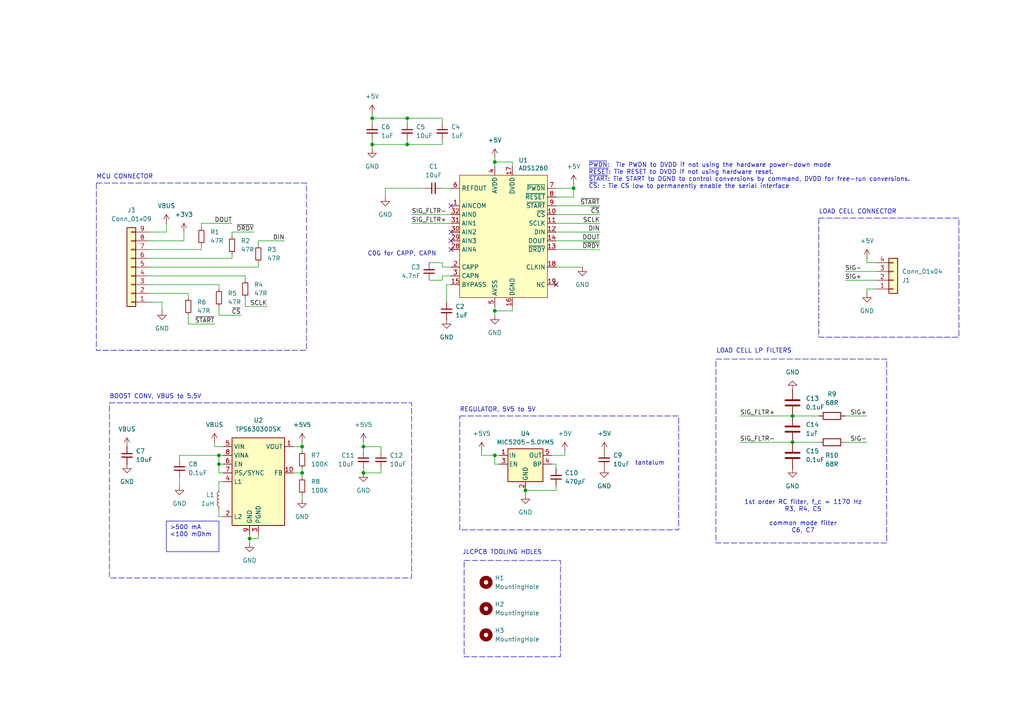
<source format=kicad_sch>
(kicad_sch (version 20231120) (generator "eeschema") (generator_version "8.0")
  (paper "A4")
  (lib_symbols
    (symbol "Connector_Generic:Conn_01x04" (pin_names (offset 1.016) hide)
      (property "Reference" "J" (at 0 5.08 0))
      (property "Value" "Conn_01x04" (at 0 -7.62 0))
      (symbol "Conn_01x04_1_1"
        (rectangle (start -1.27 -4.953) (end 0 -5.207) (stroke (width 0.1524)))
        (rectangle (start -1.27 -2.413) (end 0 -2.667) (stroke (width 0.1524)))
        (rectangle (start -1.27 0.127) (end 0 -0.127) (stroke (width 0.1524)))
        (rectangle (start -1.27 2.667) (end 0 2.413) (stroke (width 0.1524)))
        (rectangle (start -1.27 3.81) (end 1.27 -6.35) (stroke (width 0.254)) (fill (type background)))
        (pin passive line (at -5.08 2.54 0) (length 3.81) (name "Pin_1") (number "1"))
        (pin passive line (at -5.08 0 0) (length 3.81) (name "Pin_2") (number "2"))
        (pin passive line (at -5.08 -2.54 0) (length 3.81) (name "Pin_3") (number "3"))
        (pin passive line (at -5.08 -5.08 0) (length 3.81) (name "Pin_4") (number "4"))
      )
    )
    (symbol "Connector_Generic:Conn_01x09" (pin_names (offset 1.016) hide)
      (property "Reference" "J" (at 0 12.7 0))
      (property "Value" "Conn_01x09" (at 0 -12.7 0))
      (symbol "Conn_01x09_1_1"
        (rectangle (start -1.27 -10.033) (end 0 -10.287) (stroke (width 0.1524)))
        (rectangle (start -1.27 -7.493) (end 0 -7.747) (stroke (width 0.1524)))
        (rectangle (start -1.27 -4.953) (end 0 -5.207) (stroke (width 0.1524)))
        (rectangle (start -1.27 -2.413) (end 0 -2.667) (stroke (width 0.1524)))
        (rectangle (start -1.27 0.127) (end 0 -0.127) (stroke (width 0.1524)))
        (rectangle (start -1.27 2.667) (end 0 2.413) (stroke (width 0.1524)))
        (rectangle (start -1.27 5.207) (end 0 4.953) (stroke (width 0.1524)))
        (rectangle (start -1.27 7.747) (end 0 7.493) (stroke (width 0.1524)))
        (rectangle (start -1.27 10.287) (end 0 10.033) (stroke (width 0.1524)))
        (rectangle (start -1.27 11.43) (end 1.27 -11.43) (stroke (width 0.254)) (fill (type background)))
        (pin passive line (at -5.08 10.16 0) (length 3.81) (name "Pin_1") (number "1"))
        (pin passive line (at -5.08 7.62 0) (length 3.81) (name "Pin_2") (number "2"))
        (pin passive line (at -5.08 5.08 0) (length 3.81) (name "Pin_3") (number "3"))
        (pin passive line (at -5.08 2.54 0) (length 3.81) (name "Pin_4") (number "4"))
        (pin passive line (at -5.08 0 0) (length 3.81) (name "Pin_5") (number "5"))
        (pin passive line (at -5.08 -2.54 0) (length 3.81) (name "Pin_6") (number "6"))
        (pin passive line (at -5.08 -5.08 0) (length 3.81) (name "Pin_7") (number "7"))
        (pin passive line (at -5.08 -7.62 0) (length 3.81) (name "Pin_8") (number "8"))
        (pin passive line (at -5.08 -10.16 0) (length 3.81) (name "Pin_9") (number "9"))
      )
    )
    (symbol "Device:C" (pin_numbers hide) (pin_names (offset 0.254))
      (property "Reference" "C" (at 0.635 2.54 0))
      (property "Value" "C" (at 0.635 -2.54 0))
      (symbol "C_0_1"
        (polyline (pts (xy -2.032 -0.762) (xy 2.032 -0.762)) (stroke (width 0.508)))
        (polyline (pts (xy -2.032 0.762) (xy 2.032 0.762)) (stroke (width 0.508)))
      )
      (symbol "C_1_1"
        (pin passive line (at 0 3.81 270) (length 2.794) (name "~") (number "1"))
        (pin passive line (at 0 -3.81 90) (length 2.794) (name "~") (number "2"))
      )
    )
    (symbol "Device:C_Small" (pin_numbers hide) (pin_names (offset 0.254) hide)
      (property "Reference" "C" (at 0.254 1.778 0))
      (property "Value" "C_Small" (at 0.254 -2.032 0))
      (symbol "C_Small_0_1"
        (polyline (pts (xy -1.524 -0.508) (xy 1.524 -0.508)) (stroke (width 0.3302)))
        (polyline (pts (xy -1.524 0.508) (xy 1.524 0.508)) (stroke (width 0.3048)))
      )
      (symbol "C_Small_1_1"
        (pin passive line (at 0 2.54 270) (length 2.032) (name "~") (number "1"))
        (pin passive line (at 0 -2.54 90) (length 2.032) (name "~") (number "2"))
      )
    )
    (symbol "Device:L_Small" (pin_numbers hide) (pin_names (offset 0.254) hide)
      (property "Reference" "L" (at 0.762 1.016 0))
      (property "Value" "L_Small" (at 0.762 -1.016 0))
      (symbol "L_Small_0_1"
        (arc (start 0 -2.032) (mid 0.5058 -1.524) (end 0 -1.016))
        (arc (start 0 -1.016) (mid 0.5058 -0.508) (end 0 0))
        (arc (start 0 0) (mid 0.5058 0.508) (end 0 1.016))
        (arc (start 0 1.016) (mid 0.5058 1.524) (end 0 2.032))
      )
      (symbol "L_Small_1_1"
        (pin passive line (at 0 2.54 270) (length 0.508) (name "~") (number "1"))
        (pin passive line (at 0 -2.54 90) (length 0.508) (name "~") (number "2"))
      )
    )
    (symbol "Device:R" (pin_numbers hide) (pin_names (offset 0))
      (property "Reference" "R" (at 2.032 0 90))
      (property "Value" "R" (at 0 0 90))
      (symbol "R_0_1"
        (rectangle (start -1.016 -2.54) (end 1.016 2.54) (stroke (width 0.254)))
      )
      (symbol "R_1_1"
        (pin passive line (at 0 3.81 270) (length 1.27) (name "~") (number "1"))
        (pin passive line (at 0 -3.81 90) (length 1.27) (name "~") (number "2"))
      )
    )
    (symbol "Device:R_Small" (pin_numbers hide) (pin_names (offset 0.254) hide)
      (property "Reference" "R" (at 0.762 0.508 0))
      (property "Value" "R_Small" (at 0.762 -1.016 0))
      (symbol "R_Small_0_1"
        (rectangle (start -0.762 1.778) (end 0.762 -1.778) (stroke (width 0.2032)))
      )
      (symbol "R_Small_1_1"
        (pin passive line (at 0 2.54 270) (length 0.762) (name "~") (number "1"))
        (pin passive line (at 0 -2.54 90) (length 0.762) (name "~") (number "2"))
      )
    )
    (symbol "Mechanical:MountingHole" (pin_names (offset 1.016)) (exclude_from_sim yes) (in_bom no)
      (property "Reference" "H" (at 0 5.08 0))
      (property "Value" "MountingHole" (at 0 3.175 0))
      (symbol "MountingHole_0_1"
        (circle (center 0 0) (radius 1.27) (stroke (width 1.27)))
      )
    )
    (symbol "Regulator_Linear:MIC5205-5.0YM5" (pin_names (offset 0.254))
      (property "Reference" "U" (at -3.81 5.715 0))
      (property "Value" "MIC5205-5.0YM5" (at 0 5.715 0))
      (symbol "MIC5205-5.0YM5_0_1"
        (rectangle (start -5.08 4.445) (end 5.08 -5.08) (stroke (width 0.254)) (fill (type background)))
      )
      (symbol "MIC5205-5.0YM5_1_1"
        (pin power_in line (at -7.62 2.54 0) (length 2.54) (name "IN") (number "1"))
        (pin power_in line (at 0 -7.62 90) (length 2.54) (name "GND") (number "2"))
        (pin input line (at -7.62 0 0) (length 2.54) (name "EN") (number "3"))
        (pin input line (at 7.62 0 180) (length 2.54) (name "BP") (number "4"))
        (pin power_out line (at 7.62 2.54 180) (length 2.54) (name "OUT") (number "5"))
      )
    )
    (symbol "Regulator_Switching:TPS63030DSK"
      (property "Reference" "U" (at -7.62 13.97 0))
      (property "Value" "TPS63030DSK" (at 5.08 13.97 0))
      (symbol "TPS63030DSK_0_1"
        (rectangle (start -7.62 12.7) (end 7.62 -12.7) (stroke (width 0.254)) (fill (type background)))
      )
      (symbol "TPS63030DSK_1_1"
        (pin power_out line (at 10.16 10.16 180) (length 2.54) (name "VOUT") (number "1"))
        (pin input line (at 10.16 2.54 180) (length 2.54) (name "FB") (number "10"))
        (pin passive line (at 0 -15.24 90) (length 2.54) hide (name "PGND") (number "11"))
        (pin input line (at -10.16 -10.16 0) (length 2.54) (name "L2") (number "2"))
        (pin power_in line (at 0 -15.24 90) (length 2.54) (name "PGND") (number "3"))
        (pin input line (at -10.16 0 0) (length 2.54) (name "L1") (number "4"))
        (pin power_in line (at -10.16 10.16 0) (length 2.54) (name "VIN") (number "5"))
        (pin input line (at -10.16 5.08 0) (length 2.54) (name "EN") (number "6"))
        (pin input line (at -10.16 2.54 0) (length 2.54) (name "PS/SYNC") (number "7"))
        (pin passive line (at -10.16 7.62 0) (length 2.54) (name "VINA") (number "8"))
        (pin power_in line (at -2.54 -15.24 90) (length 2.54) (name "GND") (number "9"))
      )
    )
    (symbol "TI_ADCs:ADS1260"
      (property "Reference" "U" (at -52.578 -14.478 0))
      (symbol "ADS1260_1_1"
        (rectangle (start -12.7 17.78) (end 12.7 -17.78) (fill (type background)))
        (pin input line (at -15.24 8.89 0) (length 2.54) (name "AINCOM") (number "1"))
        (pin input line (at 15.24 6.35 180) (length 2.54) (name "~{CS}") (number "10"))
        (pin input line (at 15.24 3.81 180) (length 2.54) (name "SCLK") (number "11"))
        (pin input line (at 15.24 1.27 180) (length 2.54) (name "DIN") (number "12"))
        (pin output line (at 15.24 -3.81 180) (length 2.54) (name "~{DRDY}") (number "13"))
        (pin output line (at 15.24 -1.27 180) (length 2.54) (name "DOUT") (number "14"))
        (pin power_in line (at -15.24 -13.97 0) (length 2.54) (name "BYPASS") (number "15"))
        (pin power_in line (at 2.54 -20.32 90) (length 2.54) (name "DGND") (number "16"))
        (pin power_in line (at 2.54 20.32 270) (length 2.54) (name "DVDD") (number "17"))
        (pin input line (at 15.24 -8.89 180) (length 2.54) (name "CLKIN") (number "18"))
        (pin no_connect line (at 15.24 -13.97 180) (length 2.54) (name "NC") (number "19"))
        (pin output line (at -15.24 -8.89 0) (length 2.54) (name "CAPP") (number "2"))
        (pin no_connect line (at 15.24 -13.97 180) (length 2.54) hide (name "NC") (number "20"))
        (pin no_connect line (at 15.24 -13.97 180) (length 2.54) hide (name "NC") (number "21"))
        (pin no_connect line (at 15.24 -13.97 180) (length 2.54) hide (name "NC") (number "22"))
        (pin no_connect line (at 15.24 -13.97 180) (length 2.54) hide (name "NC") (number "23"))
        (pin no_connect line (at 15.24 -13.97 180) (length 2.54) hide (name "NC") (number "24"))
        (pin no_connect line (at 15.24 -13.97 180) (length 2.54) hide (name "NC") (number "25"))
        (pin no_connect line (at 15.24 -13.97 180) (length 2.54) hide (name "NC") (number "26"))
        (pin no_connect line (at 15.24 -13.97 180) (length 2.54) hide (name "NC") (number "27"))
        (pin input line (at -15.24 -3.81 0) (length 2.54) (name "AIN4") (number "28"))
        (pin input line (at -15.24 -1.27 0) (length 2.54) (name "AIN3") (number "29"))
        (pin output line (at -15.24 -11.43 0) (length 2.54) (name "CAPN") (number "3"))
        (pin input line (at -15.24 1.27 0) (length 2.54) (name "AIN2") (number "30"))
        (pin input line (at -15.24 3.81 0) (length 2.54) (name "AIN1") (number "31"))
        (pin input line (at -15.24 6.35 0) (length 2.54) (name "AIN0") (number "32"))
        (pin power_in line (at -2.54 -20.32 90) (length 2.54) hide (name "AVSS") (number "33"))
        (pin power_in line (at -2.54 20.32 270) (length 2.54) (name "AVDD") (number "4"))
        (pin power_in line (at -2.54 -20.32 90) (length 2.54) (name "AVSS") (number "5"))
        (pin output line (at -15.24 13.97 0) (length 2.54) (name "REFOUT") (number "6"))
        (pin input line (at 15.24 13.97 180) (length 2.54) (name "~{PWDN}") (number "7"))
        (pin input line (at 15.24 11.43 180) (length 2.54) (name "~{RESET}") (number "8"))
        (pin input line (at 15.24 8.89 180) (length 2.54) (name "~{START}") (number "9"))
      )
    )
    (symbol "power:+3V3" (power) (pin_numbers hide) (pin_names (offset 0) hide)
      (property "Value" "+3V3" (at 0 3.556 0))
      (symbol "+3V3_0_1"
        (polyline (pts (xy -0.762 1.27) (xy 0 2.54)))
        (polyline (pts (xy 0 0) (xy 0 2.54)))
        (polyline (pts (xy 0 2.54) (xy 0.762 1.27)))
      )
      (symbol "+3V3_1_1"
        (pin power_in line (at 0 0 90) (length 0) (name "~") (number "1"))
      )
    )
    (symbol "power:+5V" (power) (pin_numbers hide) (pin_names (offset 0) hide)
      (property "Value" "+5V" (at 0 3.556 0))
      (symbol "+5V_0_1"
        (polyline (pts (xy -0.762 1.27) (xy 0 2.54)))
        (polyline (pts (xy 0 0) (xy 0 2.54)))
        (polyline (pts (xy 0 2.54) (xy 0.762 1.27)))
      )
      (symbol "+5V_1_1"
        (pin power_in line (at 0 0 90) (length 0) (name "~") (number "1"))
      )
    )
    (symbol "power:GND" (power) (pin_numbers hide) (pin_names (offset 0) hide)
      (property "Value" "GND" (at 0 -3.81 0))
      (symbol "GND_0_1"
        (polyline (pts (xy 0 0) (xy 0 -1.27) (xy 1.27 -1.27) (xy 0 -2.54) (xy -1.27 -1.27) (xy 0 -1.27)))
      )
      (symbol "GND_1_1"
        (pin power_in line (at 0 0 270) (length 0) (name "~") (number "1"))
      )
    )
    (symbol "power:VBUS" (power) (pin_numbers hide) (pin_names (offset 0) hide)
      (property "Value" "VBUS" (at 0 3.556 0))
      (symbol "VBUS_0_1"
        (polyline (pts (xy -0.762 1.27) (xy 0 2.54)))
        (polyline (pts (xy 0 0) (xy 0 2.54)))
        (polyline (pts (xy 0 2.54) (xy 0.762 1.27)))
      )
      (symbol "VBUS_1_1"
        (pin power_in line (at 0 0 90) (length 0) (name "~") (number "1"))
      )
    )
  )
  (junction (at 143.51 46.99))
  (junction (at 229.87 120.65))
  (junction (at 143.51 90.17))
  (junction (at 63.5 134.62))
  (junction (at 105.41 137.16))
  (junction (at 118.11 34.29))
  (junction (at 118.11 41.91))
  (junction (at 63.5 132.08))
  (junction (at 107.95 34.29))
  (junction (at 166.37 54.61))
  (junction (at 229.87 128.27))
  (junction (at 72.39 156.21))
  (junction (at 143.51 132.08))
  (junction (at 105.41 129.54))
  (junction (at 87.63 137.16))
  (junction (at 107.95 41.91))
  (junction (at 152.4 142.24))
  (junction (at 87.63 129.54))
  (no_connect (at 130.81 67.31))
  (no_connect (at 130.81 72.39))
  (no_connect (at 130.81 69.85))
  (no_connect (at 161.29 82.55))
  (no_connect (at 130.81 59.69))
  (wire (pts (xy 245.11 78.74) (xy 254 78.74)))
  (wire (pts (xy 52.07 138.43) (xy 52.07 140.97)))
  (wire (pts (xy 105.41 129.54) (xy 110.49 129.54)))
  (wire (pts (xy 87.63 129.54) (xy 87.63 130.81)))
  (wire (pts (xy 144.78 134.62) (xy 143.51 134.62)))
  (wire (pts (xy 63.5 91.44) (xy 69.85 91.44)))
  (wire (pts (xy 161.29 77.47) (xy 168.91 77.47)))
  (wire (pts (xy 64.77 149.86) (xy 63.5 149.86)))
  (wire (pts (xy 74.93 69.85) (xy 82.55 69.85)))
  (wire (pts (xy 107.95 41.91) (xy 107.95 43.18)))
  (wire (pts (xy 251.46 76.2) (xy 251.46 74.93)))
  (wire (pts (xy 128.27 77.47) (xy 128.27 76.2)))
  (wire (pts (xy 152.4 142.24) (xy 161.29 142.24)))
  (wire (pts (xy 161.29 64.77) (xy 173.99 64.77)))
  (wire (pts (xy 105.41 135.89) (xy 105.41 137.16)))
  (wire (pts (xy 63.5 134.62) (xy 64.77 134.62)))
  (wire (pts (xy 166.37 54.61) (xy 161.29 54.61)))
  (wire (pts (xy 130.81 77.47) (xy 128.27 77.47)))
  (wire (pts (xy 63.5 139.7) (xy 63.5 142.24)))
  (wire (pts (xy 63.5 137.16) (xy 64.77 137.16)))
  (wire (pts (xy 166.37 53.34) (xy 166.37 54.61)))
  (wire (pts (xy 152.4 142.24) (xy 152.4 143.51)))
  (wire (pts (xy 63.5 88.9) (xy 63.5 91.44)))
  (wire (pts (xy 245.11 81.28) (xy 254 81.28)))
  (wire (pts (xy 128.27 40.64) (xy 128.27 41.91)))
  (wire (pts (xy 46.99 87.63) (xy 46.99 90.17)))
  (wire (pts (xy 160.02 132.08) (xy 163.83 132.08)))
  (wire (pts (xy 161.29 57.15) (xy 166.37 57.15)))
  (wire (pts (xy 48.26 67.31) (xy 48.26 64.77)))
  (wire (pts (xy 214.63 120.65) (xy 229.87 120.65)))
  (wire (pts (xy 161.29 59.69) (xy 173.99 59.69)))
  (wire (pts (xy 254 83.82) (xy 251.46 83.82)))
  (wire (pts (xy 43.18 87.63) (xy 46.99 87.63)))
  (wire (pts (xy 67.31 68.58) (xy 67.31 67.31)))
  (wire (pts (xy 58.42 72.39) (xy 58.42 71.12)))
  (wire (pts (xy 119.38 62.23) (xy 130.81 62.23)))
  (wire (pts (xy 72.39 154.94) (xy 72.39 156.21)))
  (wire (pts (xy 87.63 129.54) (xy 87.63 128.27)))
  (wire (pts (xy 161.29 62.23) (xy 173.99 62.23)))
  (wire (pts (xy 166.37 57.15) (xy 166.37 54.61)))
  (wire (pts (xy 163.83 132.08) (xy 163.83 130.81)))
  (wire (pts (xy 67.31 74.93) (xy 67.31 73.66)))
  (wire (pts (xy 143.51 90.17) (xy 143.51 88.9)))
  (wire (pts (xy 160.02 134.62) (xy 161.29 134.62)))
  (wire (pts (xy 129.54 82.55) (xy 129.54 87.63)))
  (wire (pts (xy 58.42 64.77) (xy 67.31 64.77)))
  (wire (pts (xy 53.34 67.31) (xy 53.34 69.85)))
  (wire (pts (xy 64.77 132.08) (xy 63.5 132.08)))
  (wire (pts (xy 74.93 156.21) (xy 72.39 156.21)))
  (wire (pts (xy 143.51 134.62) (xy 143.51 132.08)))
  (wire (pts (xy 74.93 77.47) (xy 74.93 76.2)))
  (wire (pts (xy 107.95 41.91) (xy 118.11 41.91)))
  (wire (pts (xy 107.95 34.29) (xy 118.11 34.29)))
  (wire (pts (xy 85.09 129.54) (xy 87.63 129.54)))
  (wire (pts (xy 74.93 154.94) (xy 74.93 156.21)))
  (wire (pts (xy 63.5 149.86) (xy 63.5 147.32)))
  (wire (pts (xy 87.63 144.78) (xy 87.63 143.51)))
  (wire (pts (xy 63.5 134.62) (xy 63.5 137.16)))
  (wire (pts (xy 119.38 64.77) (xy 130.81 64.77)))
  (wire (pts (xy 43.18 77.47) (xy 74.93 77.47)))
  (wire (pts (xy 161.29 134.62) (xy 161.29 135.89)))
  (wire (pts (xy 71.12 86.36) (xy 71.12 88.9)))
  (wire (pts (xy 128.27 81.28) (xy 128.27 80.01)))
  (wire (pts (xy 111.76 57.15) (xy 111.76 54.61)))
  (wire (pts (xy 87.63 137.16) (xy 87.63 138.43)))
  (wire (pts (xy 110.49 130.81) (xy 110.49 129.54)))
  (wire (pts (xy 87.63 137.16) (xy 87.63 135.89)))
  (wire (pts (xy 118.11 41.91) (xy 128.27 41.91)))
  (wire (pts (xy 62.23 128.27) (xy 62.23 129.54)))
  (wire (pts (xy 118.11 40.64) (xy 118.11 41.91)))
  (wire (pts (xy 107.95 33.02) (xy 107.95 34.29)))
  (wire (pts (xy 245.11 120.65) (xy 251.46 120.65)))
  (wire (pts (xy 124.46 81.28) (xy 128.27 81.28)))
  (wire (pts (xy 161.29 69.85) (xy 173.99 69.85)))
  (wire (pts (xy 128.27 76.2) (xy 124.46 76.2)))
  (wire (pts (xy 254 76.2) (xy 251.46 76.2)))
  (wire (pts (xy 105.41 128.27) (xy 105.41 129.54)))
  (wire (pts (xy 43.18 69.85) (xy 53.34 69.85)))
  (wire (pts (xy 54.61 91.44) (xy 54.61 93.98)))
  (wire (pts (xy 43.18 74.93) (xy 67.31 74.93)))
  (wire (pts (xy 54.61 85.09) (xy 54.61 86.36)))
  (wire (pts (xy 72.39 156.21) (xy 72.39 157.48)))
  (wire (pts (xy 52.07 133.35) (xy 52.07 132.08)))
  (wire (pts (xy 71.12 88.9) (xy 77.47 88.9)))
  (wire (pts (xy 251.46 83.82) (xy 251.46 85.09)))
  (wire (pts (xy 130.81 82.55) (xy 129.54 82.55)))
  (wire (pts (xy 43.18 80.01) (xy 71.12 80.01)))
  (wire (pts (xy 107.95 34.29) (xy 107.95 35.56)))
  (wire (pts (xy 43.18 85.09) (xy 54.61 85.09)))
  (wire (pts (xy 118.11 35.56) (xy 118.11 34.29)))
  (wire (pts (xy 143.51 46.99) (xy 148.59 46.99)))
  (wire (pts (xy 128.27 35.56) (xy 128.27 34.29)))
  (wire (pts (xy 67.31 67.31) (xy 73.66 67.31)))
  (wire (pts (xy 139.7 132.08) (xy 143.51 132.08)))
  (wire (pts (xy 128.27 54.61) (xy 130.81 54.61)))
  (wire (pts (xy 128.27 80.01) (xy 130.81 80.01)))
  (wire (pts (xy 161.29 72.39) (xy 173.99 72.39)))
  (wire (pts (xy 245.11 128.27) (xy 251.46 128.27)))
  (wire (pts (xy 64.77 139.7) (xy 63.5 139.7)))
  (wire (pts (xy 214.63 128.27) (xy 229.87 128.27)))
  (wire (pts (xy 148.59 90.17) (xy 148.59 88.9)))
  (wire (pts (xy 54.61 93.98) (xy 62.23 93.98)))
  (wire (pts (xy 71.12 80.01) (xy 71.12 81.28)))
  (wire (pts (xy 143.51 132.08) (xy 144.78 132.08)))
  (wire (pts (xy 229.87 128.27) (xy 237.49 128.27)))
  (wire (pts (xy 161.29 140.97) (xy 161.29 142.24)))
  (wire (pts (xy 85.09 137.16) (xy 87.63 137.16)))
  (wire (pts (xy 52.07 132.08) (xy 63.5 132.08)))
  (wire (pts (xy 118.11 34.29) (xy 128.27 34.29)))
  (wire (pts (xy 110.49 135.89) (xy 110.49 137.16)))
  (wire (pts (xy 111.76 54.61) (xy 123.19 54.61)))
  (wire (pts (xy 139.7 130.81) (xy 139.7 132.08)))
  (wire (pts (xy 143.51 46.99) (xy 143.51 45.72)))
  (wire (pts (xy 229.87 120.65) (xy 237.49 120.65)))
  (wire (pts (xy 62.23 129.54) (xy 64.77 129.54)))
  (wire (pts (xy 43.18 82.55) (xy 63.5 82.55)))
  (wire (pts (xy 105.41 129.54) (xy 105.41 130.81)))
  (wire (pts (xy 148.59 46.99) (xy 148.59 48.26)))
  (wire (pts (xy 43.18 67.31) (xy 48.26 67.31)))
  (wire (pts (xy 43.18 72.39) (xy 58.42 72.39)))
  (wire (pts (xy 143.51 46.99) (xy 143.51 48.26)))
  (wire (pts (xy 105.41 137.16) (xy 110.49 137.16)))
  (wire (pts (xy 63.5 82.55) (xy 63.5 83.82)))
  (wire (pts (xy 107.95 40.64) (xy 107.95 41.91)))
  (wire (pts (xy 161.29 67.31) (xy 173.99 67.31)))
  (wire (pts (xy 74.93 71.12) (xy 74.93 69.85)))
  (wire (pts (xy 143.51 90.17) (xy 148.59 90.17)))
  (wire (pts (xy 58.42 64.77) (xy 58.42 66.04)))
  (wire (pts (xy 143.51 90.17) (xy 143.51 91.44)))
  (wire (pts (xy 63.5 132.08) (xy 63.5 134.62)))
  (rectangle (start 133.35 120.65) (end 196.85 153.67) (stroke (width 0) (type dash)))
  (rectangle (start 237.49 63.246) (end 278.13 97.79) (stroke (width 0) (type dash)))
  (rectangle (start 207.645 104.14) (end 257.175 157.48) (stroke (width 0) (type dash)))
  (rectangle (start 27.94 53.086) (end 88.9 101.6) (stroke (width 0) (type dash)))
  (rectangle (start 134.62 162.56) (end 162.56 190.5) (stroke (width 0) (type dash)))
  (rectangle (start 31.75 116.84) (end 119.38 167.64) (stroke (width 0) (type dash)))
  (text_box ">500 mA\n<100 mOhm" (at 48.26 151.13 0) (size 15.24 8.89) (effects (font (size 1.27 1.27)) (justify left top)))
  (text "tantalum" (at 188.468 134.366 0) (effects (font (size 1.27 1.27))))
  (text "REGULATOR, 5V5 to 5V" (at 133.35 119.634 0) (effects (font (size 1.27 1.27)) (justify left bottom)))
  (text "~{PWDN}:  Tie PWDN to DVDD if not using the hardware power-down mode\n~{RESET}: Tie RESET to DVDD if not using hardware reset.\n~{START}: Tie START to DGND to control conversions by command, DVDD for free-run conversions.\n~{CS}: : Tie CS low to permanently enable the serial interface\n\n" (at 170.688 52.07 0) (effects (font (size 1.27 1.27)) (justify left)))
  (text "BOOST CONV, VBUS to 5.5V" (at 31.75 115.824 0) (effects (font (size 1.27 1.27)) (justify left bottom)))
  (text "MCU CONNECTOR" (at 27.94 52.07 0) (effects (font (size 1.27 1.27)) (justify left bottom)))
  (text "LOAD CELL LP FILTERS" (at 218.694 101.854 0) (effects (font (size 1.27 1.27))))
  (text "1st order RC filter, f_c = 1170 Hz\nR3, R4, C5\n\ncommon mode filter\nC6, C7\n" (at 232.918 149.86 0) (effects (font (size 1.27 1.27))))
  (text "JLCPCB TOOLING HOLES" (at 145.669 160.274 0) (effects (font (size 1.27 1.27))))
  (text "LOAD CELL CONNECTOR" (at 237.49 62.23 0) (effects (font (size 1.27 1.27)) (justify left bottom)))
  (text "C0G for CAPP, CAPN" (at 116.586 73.66 0) (effects (font (size 1.27 1.27))))
  (label "~{CS}" (at 173.99 62.23 180))
  (label "SIG_FLTR-" (at 119.38 62.23 0))
  (label "~{DRDY}" (at 73.66 67.31 180))
  (label "SIG+" (at 251.46 120.65 180))
  (label "DIN" (at 82.55 69.85 180))
  (label "SIG_FLTR+" (at 214.63 120.65 0))
  (label "SIG_FLTR+" (at 119.38 64.77 0))
  (label "~{CS}" (at 69.85 91.44 180))
  (label "DOUT" (at 67.31 64.77 180))
  (label "SIG_FLTR-" (at 214.63 128.27 0))
  (label "DOUT" (at 173.99 69.85 180))
  (label "~{DRDY}" (at 173.99 72.39 180))
  (label "SCLK" (at 77.47 88.9 180))
  (label "~{START}" (at 173.99 59.69 180))
  (label "SCLK" (at 173.99 64.77 180))
  (label "SIG-" (at 251.46 128.27 180))
  (label "DIN" (at 173.99 67.31 180))
  (label "SIG+" (at 245.11 81.28 0))
  (label "SIG-" (at 245.11 78.74 0))
  (label "~{START}" (at 62.23 93.98 180))
  (symbol (lib_id "Device:R_Small") (at 67.31 71.12 0) (unit 1)
    (property "Reference" "R2" (at 69.85 69.8499 0) (effects (justify left)))
    (property "Value" "47R" (at 69.85 72.3899 0) (effects (justify left)))
    (property "Footprint" "Resistor_SMD:R_0402_1005Metric" (effects (hide yes)))
    (property "Description" "Resistor, small symbol" (effects (hide yes)))
  )
  (symbol (lib_id "Device:C_Small") (at 124.46 78.74 180) (unit 1)
    (property "Reference" "C3" (at 121.92 77.4635 0) (effects (justify left)))
    (property "Value" "4.7nF" (at 121.92 80.0035 0) (effects (justify left)))
    (property "Footprint" "Capacitor_SMD:C_0402_1005Metric" (effects (hide yes)))
    (property "Description" "Unpolarized capacitor, small symbol" (effects (hide yes)))
  )
  (symbol (lib_id "TI_ADCs:ADS1260") (at 146.05 68.58 0) (unit 1)
    (property "Reference" "U1" (at 150.368 46.482 0) (effects (justify left)))
    (property "Value" "ADS1260" (at 150.368 48.768 0) (effects (justify left)))
    (property "Footprint" "Package_DFN_QFN:VQFN-32-1EP_5x5mm_P0.5mm_EP3.15x3.15mm" (effects (hide yes)))
  )
  (symbol (lib_id "Device:C_Small") (at 52.07 135.89 180) (unit 1)
    (property "Reference" "C8" (at 54.61 134.6135 0) (effects (justify right)))
    (property "Value" "0.1uF" (at 54.61 137.1535 0) (effects (justify right)))
    (property "Footprint" "Capacitor_SMD:C_0402_1005Metric" (effects (hide yes)))
    (property "Description" "Unpolarized capacitor, small symbol" (effects (hide yes)))
  )
  (symbol (lib_id "Device:C_Small") (at 125.73 54.61 90) (unit 1)
    (property "Reference" "C1" (at 125.7363 48.26 90))
    (property "Value" "10uF" (at 125.7363 50.8 90))
    (property "Footprint" "Capacitor_SMD:C_0603_1608Metric" (effects (hide yes)))
    (property "Description" "Unpolarized capacitor, small symbol" (effects (hide yes)))
  )
  (symbol (lib_id "Device:C_Small") (at 128.27 38.1 0) (unit 1)
    (property "Reference" "C4" (at 130.81 36.8362 0) (effects (justify left)))
    (property "Value" "1uF" (at 130.81 39.3762 0) (effects (justify left)))
    (property "Footprint" "Capacitor_SMD:C_0402_1005Metric" (effects (hide yes)))
    (property "Description" "Unpolarized capacitor, small symbol" (effects (hide yes)))
  )
  (symbol (lib_id "Device:C") (at 229.87 116.84 0) (unit 1)
    (property "Reference" "C13" (at 233.68 115.5699 0) (effects (justify left)))
    (property "Value" "0.1uF" (at 233.68 118.1099 0) (effects (justify left)))
    (property "Footprint" "Capacitor_SMD:C_0402_1005Metric" (effects (hide yes)))
    (property "Description" "Unpolarized capacitor" (effects (hide yes)))
  )
  (symbol (lib_id "Device:C_Small") (at 161.29 138.43 180) (unit 1)
    (property "Reference" "C10" (at 163.83 137.1535 0) (effects (justify right)))
    (property "Value" "470pF" (at 163.83 139.6935 0) (effects (justify right)))
    (property "Footprint" "Capacitor_SMD:C_0603_1608Metric" (effects (hide yes)))
    (property "Description" "Unpolarized capacitor, small symbol" (effects (hide yes)))
  )
  (symbol (lib_id "power:GND") (at 105.41 137.16 0) (unit 1)
    (property "Reference" "#PWR026" (effects (hide yes)))
    (property "Value" "GND" (at 105.41 142.24 0))
    (property "Description" "Power symbol creates a global label with name \"GND\" , ground" (effects (hide yes)))
  )
  (symbol (lib_id "power:+5V") (at 163.83 130.81 0) (unit 1)
    (property "Reference" "#PWR014" (effects (hide yes)))
    (property "Value" "+5V" (at 163.83 125.73 0))
    (property "Description" "Power symbol creates a global label with name \"+5V\"" (effects (hide yes)))
  )
  (symbol (lib_id "Device:R_Small") (at 54.61 88.9 0) (unit 1)
    (property "Reference" "R6" (at 57.15 87.6299 0) (effects (justify left)))
    (property "Value" "47R" (at 57.15 90.1699 0) (effects (justify left)))
    (property "Footprint" "Resistor_SMD:R_0402_1005Metric" (effects (hide yes)))
    (property "Description" "Resistor, small symbol" (effects (hide yes)))
  )
  (symbol (lib_id "Device:L_Small") (at 63.5 144.78 180) (unit 1)
    (property "Reference" "L1" (at 62.23 143.5099 0) (effects (justify left)))
    (property "Value" "1uH" (at 62.23 146.0499 0) (effects (justify left)))
    (property "Footprint" "Inductor_SMD:L_Murata_DFE201610P" (effects (hide yes)))
    (property "Description" "Inductor, small symbol" (effects (hide yes)))
  )
  (symbol (lib_id "power:+3V3") (at 53.34 67.31 0) (unit 1)
    (property "Reference" "#PWR03" (effects (hide yes)))
    (property "Value" "+3V3" (at 53.34 62.23 0))
    (property "Description" "Power symbol creates a global label with name \"+3V3\"" (effects (hide yes)))
  )
  (symbol (lib_id "power:GND") (at 52.07 140.97 0) (unit 1)
    (property "Reference" "#PWR018" (effects (hide yes)))
    (property "Value" "GND" (at 52.07 146.05 0))
    (property "Description" "Power symbol creates a global label with name \"GND\" , ground" (effects (hide yes)))
  )
  (symbol (lib_id "power:+5V") (at 143.51 45.72 0) (unit 1)
    (property "Reference" "#PWR030" (effects (hide yes)))
    (property "Value" "+5V" (at 143.51 40.64 0))
    (property "Description" "Power symbol creates a global label with name \"+5V\"" (effects (hide yes)))
  )
  (symbol (lib_id "power:GND") (at 111.76 57.15 0) (unit 1)
    (property "Reference" "#PWR08" (effects (hide yes)))
    (property "Value" "GND" (at 111.76 62.23 0))
    (property "Description" "Power symbol creates a global label with name \"GND\" , ground" (effects (hide yes)))
  )
  (symbol (lib_id "power:+5V") (at 166.37 53.34 0) (unit 1)
    (property "Reference" "#PWR04" (effects (hide yes)))
    (property "Value" "+5V" (at 166.37 48.26 0))
    (property "Description" "Power symbol creates a global label with name \"+5V\"" (effects (hide yes)))
  )
  (symbol (lib_id "Device:C") (at 229.87 132.08 0) (unit 1)
    (property "Reference" "C15" (at 233.68 130.8099 0) (effects (justify left)))
    (property "Value" "0.1uF" (at 233.68 133.3499 0) (effects (justify left)))
    (property "Footprint" "Capacitor_SMD:C_0402_1005Metric" (effects (hide yes)))
    (property "Description" "Unpolarized capacitor" (effects (hide yes)))
  )
  (symbol (lib_id "Device:R_Small") (at 74.93 73.66 180) (unit 1)
    (property "Reference" "R3" (at 77.47 72.3899 0) (effects (justify right)))
    (property "Value" "47R" (at 77.47 74.9299 0) (effects (justify right)))
    (property "Footprint" "Resistor_SMD:R_0402_1005Metric" (effects (hide yes)))
    (property "Description" "Resistor, small symbol" (effects (hide yes)))
  )
  (symbol (lib_id "Device:C_Small") (at 36.83 132.08 0) (unit 1)
    (property "Reference" "C7" (at 39.37 130.8162 0) (effects (justify left)))
    (property "Value" "10uF" (at 39.37 133.3562 0) (effects (justify left)))
    (property "Footprint" "Capacitor_SMD:C_0603_1608Metric" (effects (hide yes)))
    (property "Description" "Unpolarized capacitor, small symbol" (effects (hide yes)))
  )
  (symbol (lib_id "Device:C_Small") (at 107.95 38.1 180) (unit 1)
    (property "Reference" "C6" (at 110.49 36.8235 0) (effects (justify right)))
    (property "Value" "1uF" (at 110.49 39.3635 0) (effects (justify right)))
    (property "Footprint" "Capacitor_SMD:C_0402_1005Metric" (effects (hide yes)))
    (property "Description" "Unpolarized capacitor, small symbol" (effects (hide yes)))
  )
  (symbol (lib_id "power:GND") (at 152.4 143.51 0) (unit 1)
    (property "Reference" "#PWR021" (effects (hide yes)))
    (property "Value" "GND" (at 152.4 148.59 0))
    (property "Description" "Power symbol creates a global label with name \"GND\" , ground" (effects (hide yes)))
  )
  (symbol (lib_id "Mechanical:MountingHole") (at 140.97 168.91 0) (unit 1) (exclude_from_sim yes) (in_bom no)
    (property "Reference" "H1" (at 143.51 167.6399 0) (effects (justify left)))
    (property "Value" "MountingHole" (at 143.51 170.1799 0) (effects (justify left)))
    (property "Footprint" "JLCPCB:SMD Tooling Hole" (effects (hide yes)))
    (property "Description" "Mounting Hole without connection" (effects (hide yes)))
  )
  (symbol (lib_id "Device:C_Small") (at 118.11 38.1 0) (unit 1)
    (property "Reference" "C5" (at 120.65 36.8362 0) (effects (justify left)))
    (property "Value" "10uF" (at 120.65 39.3762 0) (effects (justify left)))
    (property "Footprint" "Capacitor_SMD:C_0603_1608Metric" (effects (hide yes)))
    (property "Description" "Unpolarized capacitor, small symbol" (effects (hide yes)))
  )
  (symbol (lib_id "Device:C_Small") (at 175.26 133.35 180) (unit 1)
    (property "Reference" "C9" (at 177.8 132.0735 0) (effects (justify right)))
    (property "Value" "10uF" (at 177.8 134.6135 0) (effects (justify right)))
    (property "Footprint" "Capacitor_SMD:C_0603_1608Metric" (effects (hide yes)))
    (property "Description" "Unpolarized capacitor, small symbol" (effects (hide yes)))
  )
  (symbol (lib_id "power:GND") (at 87.63 144.78 0) (unit 1)
    (property "Reference" "#PWR020" (effects (hide yes)))
    (property "Value" "GND" (at 87.63 149.86 0))
    (property "Description" "Power symbol creates a global label with name \"GND\" , ground" (effects (hide yes)))
  )
  (symbol (lib_id "power:VBUS") (at 48.26 64.77 0) (unit 1)
    (property "Reference" "#PWR013" (effects (hide yes)))
    (property "Value" "VBUS" (at 48.26 59.69 0))
    (property "Description" "Power symbol creates a global label with name \"VBUS\"" (effects (hide yes)))
  )
  (symbol (lib_id "Regulator_Linear:MIC5205-5.0YM5") (at 152.4 134.62 0) (unit 1)
    (property "Reference" "U4" (at 152.4 125.73 0))
    (property "Value" "MIC5205-5.0YM5" (at 152.4 128.27 0))
    (property "Footprint" "Package_TO_SOT_SMD:SOT-23-5" (effects (hide yes)))
    (property "Datasheet" "http://ww1.microchip.com/downloads/en/DeviceDoc/20005785A.pdf" (effects (hide yes)))
    (property "Description" "150mA low dropout linear regulator, fixed 5.0V output, SOT-23-5" (effects (hide yes)))
  )
  (symbol (lib_id "power:GND") (at 129.54 92.71 0) (unit 1)
    (property "Reference" "#PWR09" (effects (hide yes)))
    (property "Value" "GND" (at 129.54 97.79 0))
    (property "Description" "Power symbol creates a global label with name \"GND\" , ground" (effects (hide yes)))
  )
  (symbol (lib_id "Device:R_Small") (at 71.12 83.82 0) (unit 1)
    (property "Reference" "R4" (at 73.66 82.5499 0) (effects (justify left)))
    (property "Value" "47R" (at 73.66 85.0899 0) (effects (justify left)))
    (property "Footprint" "Resistor_SMD:R_0402_1005Metric" (effects (hide yes)))
    (property "Description" "Resistor, small symbol" (effects (hide yes)))
  )
  (symbol (lib_id "power:+5V") (at 105.41 128.27 0) (unit 1)
    (property "Reference" "#PWR016" (effects (hide yes)))
    (property "Value" "+5V5" (at 105.41 123.19 0))
    (property "Description" "Power symbol creates a global label with name \"+5V\"" (effects (hide yes)))
  )
  (symbol (lib_id "Device:R_Small") (at 87.63 140.97 180) (unit 1)
    (property "Reference" "R8" (at 90.17 139.6999 0) (effects (justify right)))
    (property "Value" "100K" (at 90.17 142.2399 0) (effects (justify right)))
    (property "Footprint" "Resistor_SMD:R_0402_1005Metric" (effects (hide yes)))
    (property "Description" "Resistor, small symbol" (effects (hide yes)))
  )
  (symbol (lib_id "power:+5V") (at 175.26 130.81 0) (unit 1)
    (property "Reference" "#PWR023" (effects (hide yes)))
    (property "Value" "+5V" (at 175.26 125.73 0))
    (property "Description" "Power symbol creates a global label with name \"+5V\"" (effects (hide yes)))
  )
  (symbol (lib_id "power:GND") (at 107.95 43.18 0) (unit 1)
    (property "Reference" "#PWR027" (effects (hide yes)))
    (property "Value" "GND" (at 107.95 48.26 0))
    (property "Description" "Power symbol creates a global label with name \"GND\" , ground" (effects (hide yes)))
  )
  (symbol (lib_id "Mechanical:MountingHole") (at 140.97 176.53 0) (unit 1) (exclude_from_sim yes) (in_bom no)
    (property "Reference" "H2" (at 143.51 175.2599 0) (effects (justify left)))
    (property "Value" "MountingHole" (at 143.51 177.7999 0) (effects (justify left)))
    (property "Footprint" "JLCPCB:SMD Tooling Hole" (effects (hide yes)))
    (property "Description" "Mounting Hole without connection" (effects (hide yes)))
  )
  (symbol (lib_id "power:VBUS") (at 62.23 128.27 0) (unit 1)
    (property "Reference" "#PWR025" (effects (hide yes)))
    (property "Value" "VBUS" (at 62.23 123.19 0))
    (property "Description" "Power symbol creates a global label with name \"VBUS\"" (effects (hide yes)))
  )
  (symbol (lib_id "Regulator_Switching:TPS63030DSK") (at 74.93 139.7 0) (unit 1)
    (property "Reference" "U2" (at 74.93 121.92 0))
    (property "Value" "TPS63030DSK" (at 74.93 124.46 0))
    (property "Footprint" "Package_SON:WSON-10-1EP_2.5x2.5mm_P0.5mm_EP1.2x2mm" (effects (hide yes)))
    (property "Datasheet" "http://www.ti.com/lit/ds/symlink/tps63030.pdf" (effects (hide yes)))
    (property "Description" "Buck-Boost Converter, 1.8-5.5V Input Voltage, 1A Switch Current, Adjustable Output Voltage, VSON-10 (DSK0010A)" (effects (hide yes)))
  )
  (symbol (lib_id "power:GND") (at 251.46 85.09 0) (unit 1)
    (property "Reference" "#PWR028" (effects (hide yes)))
    (property "Value" "GND" (at 251.46 90.17 0))
    (property "Description" "Power symbol creates a global label with name \"GND\" , ground" (effects (hide yes)))
  )
  (symbol (lib_id "power:+5V") (at 139.7 130.81 0) (unit 1)
    (property "Reference" "#PWR022" (effects (hide yes)))
    (property "Value" "+5V5" (at 139.7 125.73 0))
    (property "Description" "Power symbol creates a global label with name \"+5V\"" (effects (hide yes)))
  )
  (symbol (lib_id "power:GND") (at 168.91 77.47 0) (unit 1)
    (property "Reference" "#PWR05" (effects (hide yes)))
    (property "Value" "GND" (at 168.91 82.55 0))
    (property "Description" "Power symbol creates a global label with name \"GND\" , ground" (effects (hide yes)))
  )
  (symbol (lib_id "power:GND") (at 143.51 91.44 0) (unit 1)
    (property "Reference" "#PWR06" (effects (hide yes)))
    (property "Value" "GND" (at 143.51 96.52 0))
    (property "Description" "Power symbol creates a global label with name \"GND\" , ground" (effects (hide yes)))
  )
  (symbol (lib_id "Device:R_Small") (at 87.63 133.35 180) (unit 1)
    (property "Reference" "R7" (at 90.17 132.0799 0) (effects (justify right)))
    (property "Value" "100K" (at 90.17 134.6199 0) (effects (justify right)))
    (property "Footprint" "Resistor_SMD:R_0402_1005Metric" (effects (hide yes)))
    (property "Description" "Resistor, small symbol" (effects (hide yes)))
  )
  (symbol (lib_id "power:GND") (at 36.83 134.62 0) (unit 1)
    (property "Reference" "#PWR017" (effects (hide yes)))
    (property "Value" "GND" (at 36.83 139.7 0))
    (property "Description" "Power symbol creates a global label with name \"GND\" , ground" (effects (hide yes)))
  )
  (symbol (lib_id "Device:R_Small") (at 63.5 86.36 0) (unit 1)
    (property "Reference" "R5" (at 66.04 85.0899 0) (effects (justify left)))
    (property "Value" "47R" (at 66.04 87.6299 0) (effects (justify left)))
    (property "Footprint" "Resistor_SMD:R_0402_1005Metric" (effects (hide yes)))
    (property "Description" "Resistor, small symbol" (effects (hide yes)))
  )
  (symbol (lib_id "Device:C") (at 229.87 124.46 0) (unit 1)
    (property "Reference" "C14" (at 233.68 123.1899 0) (effects (justify left)))
    (property "Value" "1uF" (at 233.68 125.7299 0) (effects (justify left)))
    (property "Footprint" "Capacitor_SMD:C_0402_1005Metric" (effects (hide yes)))
    (property "Description" "Unpolarized capacitor" (effects (hide yes)))
  )
  (symbol (lib_id "power:+5V") (at 107.95 33.02 0) (unit 1)
    (property "Reference" "#PWR02" (effects (hide yes)))
    (property "Value" "+5V" (at 107.95 27.94 0))
    (property "Description" "Power symbol creates a global label with name \"+5V\"" (effects (hide yes)))
  )
  (symbol (lib_id "power:GND") (at 175.26 135.89 0) (unit 1)
    (property "Reference" "#PWR024" (effects (hide yes)))
    (property "Value" "GND" (at 175.26 140.97 0))
    (property "Description" "Power symbol creates a global label with name \"GND\" , ground" (effects (hide yes)))
  )
  (symbol (lib_id "power:VBUS") (at 36.83 129.54 0) (unit 1)
    (property "Reference" "#PWR012" (effects (hide yes)))
    (property "Value" "VBUS" (at 36.83 124.46 0))
    (property "Description" "Power symbol creates a global label with name \"VBUS\"" (effects (hide yes)))
  )
  (symbol (lib_id "Connector_Generic:Conn_01x09") (at 38.1 77.47 180) (unit 1)
    (property "Reference" "J3" (at 38.1 60.96 0))
    (property "Value" "Conn_01x09" (at 38.1 63.5 0))
    (property "Footprint" "Connector_JST:JST_PH_B9B-PH-K_1x09_P2.00mm_Vertical" (effects (hide yes)))
    (property "Description" "Generic connector, single row, 01x09, script generated (kicad-library-utils/schlib/autogen/connector/)" (effects (hide yes)))
  )
  (symbol (lib_id "Device:C_Small") (at 129.54 90.17 0) (unit 1)
    (property "Reference" "C2" (at 132.08 88.9062 0) (effects (justify left)))
    (property "Value" "1uF" (at 132.08 91.4462 0) (effects (justify left)))
    (property "Footprint" "Capacitor_SMD:C_0402_1005Metric" (effects (hide yes)))
    (property "Description" "Unpolarized capacitor, small symbol" (effects (hide yes)))
  )
  (symbol (lib_id "power:+5V") (at 251.46 74.93 0) (unit 1)
    (property "Reference" "#PWR029" (effects (hide yes)))
    (property "Value" "+5V" (at 251.46 69.85 0))
    (property "Description" "Power symbol creates a global label with name \"+5V\"" (effects (hide yes)))
  )
  (symbol (lib_id "power:GND") (at 229.87 113.03 180) (unit 1)
    (property "Reference" "#PWR031" (effects (hide yes)))
    (property "Value" "GND" (at 229.87 107.95 0))
    (property "Description" "Power symbol creates a global label with name \"GND\" , ground" (effects (hide yes)))
  )
  (symbol (lib_id "Device:C_Small") (at 110.49 133.35 0) (unit 1)
    (property "Reference" "C12" (at 113.03 132.0862 0) (effects (justify left)))
    (property "Value" "10uF" (at 113.03 134.6262 0) (effects (justify left)))
    (property "Footprint" "Capacitor_SMD:C_0603_1608Metric" (effects (hide yes)))
    (property "Description" "Unpolarized capacitor, small symbol" (effects (hide yes)))
  )
  (symbol (lib_id "Device:C_Small") (at 105.41 133.35 0) (unit 1)
    (property "Reference" "C11" (at 102.87 132.0862 0) (effects (justify right)))
    (property "Value" "10uF" (at 102.87 134.6262 0) (effects (justify right)))
    (property "Footprint" "Capacitor_SMD:C_0603_1608Metric" (effects (hide yes)))
    (property "Description" "Unpolarized capacitor, small symbol" (effects (hide yes)))
  )
  (symbol (lib_id "power:+5V") (at 87.63 128.27 0) (unit 1)
    (property "Reference" "#PWR015" (effects (hide yes)))
    (property "Value" "+5V5" (at 87.63 123.19 0))
    (property "Description" "Power symbol creates a global label with name \"+5V\"" (effects (hide yes)))
  )
  (symbol (lib_id "Device:R") (at 241.3 128.27 270) (unit 1)
    (property "Reference" "R10" (at 241.3 132.08 90))
    (property "Value" "68R" (at 241.3 134.62 90))
    (property "Footprint" "Resistor_SMD:R_0402_1005Metric" (effects (hide yes)))
    (property "Description" "Resistor" (effects (hide yes)))
  )
  (symbol (lib_id "Mechanical:MountingHole") (at 140.97 184.15 0) (unit 1) (exclude_from_sim yes) (in_bom no)
    (property "Reference" "H3" (at 143.51 182.8799 0) (effects (justify left)))
    (property "Value" "MountingHole" (at 143.51 185.4199 0) (effects (justify left)))
    (property "Footprint" "JLCPCB:SMD Tooling Hole" (effects (hide yes)))
    (property "Description" "Mounting Hole without connection" (effects (hide yes)))
  )
  (symbol (lib_id "power:GND") (at 229.87 135.89 0) (unit 1)
    (property "Reference" "#PWR032" (effects (hide yes)))
    (property "Value" "GND" (at 229.87 140.97 0))
    (property "Description" "Power symbol creates a global label with name \"GND\" , ground" (effects (hide yes)))
  )
  (symbol (lib_id "Device:R") (at 241.3 120.65 90) (unit 1)
    (property "Reference" "R9" (at 241.3 114.3 90))
    (property "Value" "68R" (at 241.3 116.84 90))
    (property "Footprint" "Resistor_SMD:R_0402_1005Metric" (effects (hide yes)))
    (property "Description" "Resistor" (effects (hide yes)))
  )
  (symbol (lib_id "Device:R_Small") (at 58.42 68.58 180) (unit 1)
    (property "Reference" "R1" (at 60.96 67.3099 0) (effects (justify right)))
    (property "Value" "47R" (at 60.96 69.8499 0) (effects (justify right)))
    (property "Footprint" "Resistor_SMD:R_0402_1005Metric" (effects (hide yes)))
    (property "Description" "Resistor, small symbol" (effects (hide yes)))
  )
  (symbol (lib_id "power:GND") (at 72.39 157.48 0) (unit 1)
    (property "Reference" "#PWR019" (effects (hide yes)))
    (property "Value" "GND" (at 72.39 162.56 0))
    (property "Description" "Power symbol creates a global label with name \"GND\" , ground" (effects (hide yes)))
  )
  (symbol (lib_id "Connector_Generic:Conn_01x04") (at 259.08 81.28 0) (mirror x) (unit 1)
    (property "Reference" "J1" (at 261.62 81.2801 0) (effects (justify left)))
    (property "Value" "Conn_01x04" (at 261.62 78.7401 0) (effects (justify left)))
    (property "Footprint" "Connector_JST:JST_PH_B4B-PH-K_1x04_P2.00mm_Vertical" (effects (hide yes)))
    (property "Description" "Generic connector, single row, 01x04, script generated (kicad-library-utils/schlib/autogen/connector/)" (effects (hide yes)))
  )
  (symbol (lib_id "power:GND") (at 46.99 90.17 0) (unit 1)
    (property "Reference" "#PWR01" (effects (hide yes)))
    (property "Value" "GND" (at 46.99 95.25 0))
    (property "Description" "Power symbol creates a global label with name \"GND\" , ground" (effects (hide yes)))
  )
)
</source>
